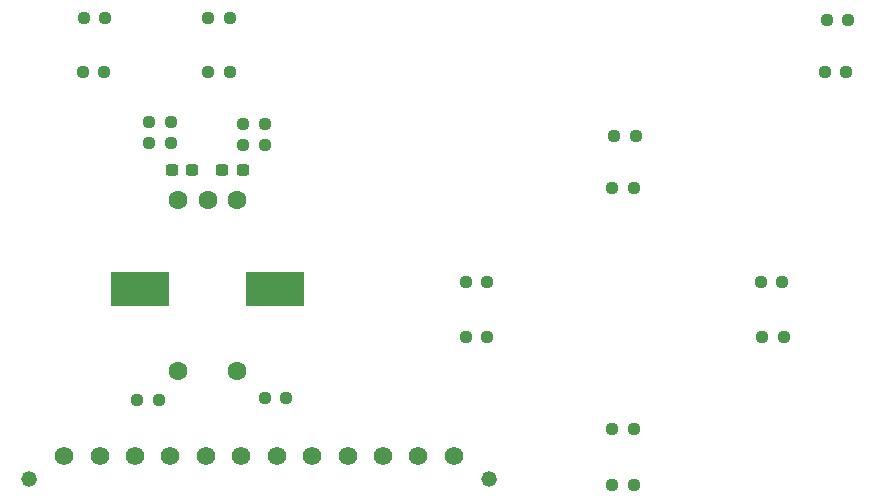
<source format=gbr>
%TF.GenerationSoftware,KiCad,Pcbnew,9.0.0*%
%TF.CreationDate,2025-03-23T02:15:47-05:00*%
%TF.ProjectId,IOBoardV1,494f426f-6172-4645-9631-2e6b69636164,rev?*%
%TF.SameCoordinates,Original*%
%TF.FileFunction,Soldermask,Bot*%
%TF.FilePolarity,Negative*%
%FSLAX46Y46*%
G04 Gerber Fmt 4.6, Leading zero omitted, Abs format (unit mm)*
G04 Created by KiCad (PCBNEW 9.0.0) date 2025-03-23 02:15:47*
%MOMM*%
%LPD*%
G01*
G04 APERTURE LIST*
G04 Aperture macros list*
%AMRoundRect*
0 Rectangle with rounded corners*
0 $1 Rounding radius*
0 $2 $3 $4 $5 $6 $7 $8 $9 X,Y pos of 4 corners*
0 Add a 4 corners polygon primitive as box body*
4,1,4,$2,$3,$4,$5,$6,$7,$8,$9,$2,$3,0*
0 Add four circle primitives for the rounded corners*
1,1,$1+$1,$2,$3*
1,1,$1+$1,$4,$5*
1,1,$1+$1,$6,$7*
1,1,$1+$1,$8,$9*
0 Add four rect primitives between the rounded corners*
20,1,$1+$1,$2,$3,$4,$5,0*
20,1,$1+$1,$4,$5,$6,$7,0*
20,1,$1+$1,$6,$7,$8,$9,0*
20,1,$1+$1,$8,$9,$2,$3,0*%
G04 Aperture macros list end*
%ADD10C,1.600200*%
%ADD11R,5.000000X3.000000*%
%ADD12RoundRect,0.237500X0.300000X0.237500X-0.300000X0.237500X-0.300000X-0.237500X0.300000X-0.237500X0*%
%ADD13RoundRect,0.237500X-0.250000X-0.237500X0.250000X-0.237500X0.250000X0.237500X-0.250000X0.237500X0*%
%ADD14RoundRect,0.237500X0.250000X0.237500X-0.250000X0.237500X-0.250000X-0.237500X0.250000X-0.237500X0*%
%ADD15C,1.574800*%
%ADD16C,1.320800*%
G04 APERTURE END LIST*
D10*
%TO.C,SW1*%
X140144801Y-82545150D03*
X135144801Y-82545150D03*
X140144801Y-68045151D03*
X137644801Y-68045151D03*
X135144801Y-68045151D03*
D11*
X131944800Y-75545151D03*
X143344802Y-75545151D03*
%TD*%
D12*
%TO.C,C2*%
X140612500Y-65500000D03*
X138887500Y-65500000D03*
%TD*%
D13*
%TO.C,R20*%
X159487500Y-79600000D03*
X161312500Y-79600000D03*
%TD*%
%TO.C,R19*%
X171887500Y-92200000D03*
X173712500Y-92200000D03*
%TD*%
%TO.C,R18*%
X184600000Y-79600000D03*
X186425000Y-79600000D03*
%TD*%
%TO.C,R17*%
X171887500Y-67000000D03*
X173712500Y-67000000D03*
%TD*%
D14*
%TO.C,R16*%
X128912500Y-57200000D03*
X127087500Y-57200000D03*
%TD*%
D13*
%TO.C,R15*%
X189887500Y-57200000D03*
X191712500Y-57200000D03*
%TD*%
%TO.C,R14*%
X137687500Y-57200000D03*
X139512500Y-57200000D03*
%TD*%
D14*
%TO.C,R13*%
X161312500Y-75000000D03*
X159487500Y-75000000D03*
%TD*%
%TO.C,R12*%
X173712500Y-87400000D03*
X171887500Y-87400000D03*
%TD*%
%TO.C,R11*%
X186312500Y-75000000D03*
X184487500Y-75000000D03*
%TD*%
%TO.C,R10*%
X173912500Y-62600000D03*
X172087500Y-62600000D03*
%TD*%
D13*
%TO.C,R9*%
X127175000Y-52600000D03*
X129000000Y-52600000D03*
%TD*%
D14*
%TO.C,R8*%
X191912500Y-52800000D03*
X190087500Y-52800000D03*
%TD*%
%TO.C,R7*%
X139512500Y-52600000D03*
X137687500Y-52600000D03*
%TD*%
D13*
%TO.C,R6*%
X131687500Y-85000000D03*
X133512500Y-85000000D03*
%TD*%
D14*
%TO.C,R5*%
X144312500Y-84800000D03*
X142487500Y-84800000D03*
%TD*%
%TO.C,R4*%
X142512500Y-63400000D03*
X140687500Y-63400000D03*
%TD*%
D13*
%TO.C,R3*%
X140687500Y-61600000D03*
X142512500Y-61600000D03*
%TD*%
%TO.C,R2*%
X132687500Y-61400000D03*
X134512500Y-61400000D03*
%TD*%
D14*
%TO.C,R1*%
X134512500Y-63200000D03*
X132687500Y-63200000D03*
%TD*%
D15*
%TO.C,J1*%
X125500005Y-89700000D03*
X128500004Y-89700000D03*
X131500003Y-89700000D03*
X134500002Y-89700000D03*
X137500001Y-89700000D03*
X140500000Y-89700000D03*
X143500000Y-89700000D03*
X146499999Y-89700000D03*
X149499998Y-89700000D03*
X152499997Y-89700000D03*
X155499996Y-89700000D03*
X158499995Y-89700000D03*
D16*
X161499999Y-91660001D03*
X122500001Y-91660001D03*
%TD*%
D12*
%TO.C,C1*%
X136362500Y-65500000D03*
X134637500Y-65500000D03*
%TD*%
M02*

</source>
